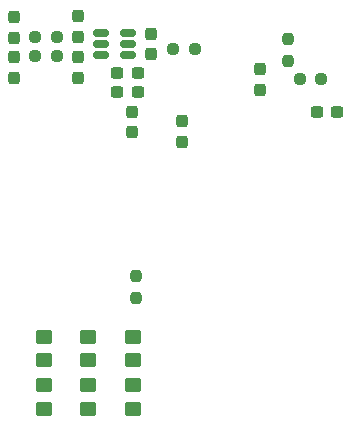
<source format=gbr>
%TF.GenerationSoftware,KiCad,Pcbnew,8.0.9-8.0.9-0~ubuntu22.04.1*%
%TF.CreationDate,2026-02-07T13:45:35+01:00*%
%TF.ProjectId,HW_0008_PrestoLO_2GHz_rev01a,48575f30-3030-4385-9f50-726573746f4c,rev?*%
%TF.SameCoordinates,Original*%
%TF.FileFunction,Paste,Bot*%
%TF.FilePolarity,Positive*%
%FSLAX46Y46*%
G04 Gerber Fmt 4.6, Leading zero omitted, Abs format (unit mm)*
G04 Created by KiCad (PCBNEW 8.0.9-8.0.9-0~ubuntu22.04.1) date 2026-02-07 13:45:35*
%MOMM*%
%LPD*%
G01*
G04 APERTURE LIST*
G04 Aperture macros list*
%AMRoundRect*
0 Rectangle with rounded corners*
0 $1 Rounding radius*
0 $2 $3 $4 $5 $6 $7 $8 $9 X,Y pos of 4 corners*
0 Add a 4 corners polygon primitive as box body*
4,1,4,$2,$3,$4,$5,$6,$7,$8,$9,$2,$3,0*
0 Add four circle primitives for the rounded corners*
1,1,$1+$1,$2,$3*
1,1,$1+$1,$4,$5*
1,1,$1+$1,$6,$7*
1,1,$1+$1,$8,$9*
0 Add four rect primitives between the rounded corners*
20,1,$1+$1,$2,$3,$4,$5,0*
20,1,$1+$1,$4,$5,$6,$7,0*
20,1,$1+$1,$6,$7,$8,$9,0*
20,1,$1+$1,$8,$9,$2,$3,0*%
G04 Aperture macros list end*
%ADD10RoundRect,0.250000X-0.450000X0.350000X-0.450000X-0.350000X0.450000X-0.350000X0.450000X0.350000X0*%
%ADD11RoundRect,0.237500X0.237500X-0.300000X0.237500X0.300000X-0.237500X0.300000X-0.237500X-0.300000X0*%
%ADD12RoundRect,0.237500X-0.250000X-0.237500X0.250000X-0.237500X0.250000X0.237500X-0.250000X0.237500X0*%
%ADD13RoundRect,0.237500X-0.237500X0.250000X-0.237500X-0.250000X0.237500X-0.250000X0.237500X0.250000X0*%
%ADD14RoundRect,0.150000X0.512500X0.150000X-0.512500X0.150000X-0.512500X-0.150000X0.512500X-0.150000X0*%
%ADD15RoundRect,0.237500X0.300000X0.237500X-0.300000X0.237500X-0.300000X-0.237500X0.300000X-0.237500X0*%
%ADD16RoundRect,0.237500X0.250000X0.237500X-0.250000X0.237500X-0.250000X-0.237500X0.250000X-0.237500X0*%
%ADD17RoundRect,0.237500X-0.237500X0.287500X-0.237500X-0.287500X0.237500X-0.287500X0.237500X0.287500X0*%
%ADD18RoundRect,0.237500X-0.237500X0.300000X-0.237500X-0.300000X0.237500X-0.300000X0.237500X0.300000X0*%
G04 APERTURE END LIST*
D10*
%TO.C,R121*%
X87100000Y-68687500D03*
X87100000Y-70687500D03*
%TD*%
D11*
%TO.C,C138*%
X88600000Y-40662500D03*
X88600000Y-38937500D03*
%TD*%
D12*
%TO.C,R112*%
X90487500Y-40200000D03*
X92312500Y-40200000D03*
%TD*%
D10*
%TO.C,R117*%
X83300000Y-68687500D03*
X83300000Y-70687500D03*
%TD*%
D13*
%TO.C,R111*%
X100200000Y-39387500D03*
X100200000Y-41212500D03*
%TD*%
%TO.C,R110*%
X87300000Y-59487500D03*
X87300000Y-61312500D03*
%TD*%
D10*
%TO.C,R120*%
X87100000Y-64600000D03*
X87100000Y-66600000D03*
%TD*%
D14*
%TO.C,U103*%
X86675000Y-38850000D03*
X86675000Y-39800000D03*
X86675000Y-40750000D03*
X84400000Y-40750000D03*
X84400000Y-39800000D03*
X84400000Y-38850000D03*
%TD*%
D15*
%TO.C,C124*%
X87462500Y-43900000D03*
X85737500Y-43900000D03*
%TD*%
D11*
%TO.C,C118*%
X82400000Y-42662500D03*
X82400000Y-40937500D03*
%TD*%
%TO.C,C119*%
X87000000Y-47262500D03*
X87000000Y-45537500D03*
%TD*%
D10*
%TO.C,R118*%
X79500000Y-64600000D03*
X79500000Y-66600000D03*
%TD*%
D16*
%TO.C,R113*%
X103012500Y-42800000D03*
X101187500Y-42800000D03*
%TD*%
D10*
%TO.C,R119*%
X79500000Y-68687500D03*
X79500000Y-70687500D03*
%TD*%
D17*
%TO.C,FB102*%
X91200000Y-46325000D03*
X91200000Y-48075000D03*
%TD*%
D12*
%TO.C,R102*%
X78800000Y-40800000D03*
X80625000Y-40800000D03*
%TD*%
D18*
%TO.C,C114*%
X77000000Y-37537500D03*
X77000000Y-39262500D03*
%TD*%
D10*
%TO.C,R116*%
X83300000Y-64600000D03*
X83300000Y-66600000D03*
%TD*%
D17*
%TO.C,FB110*%
X97800000Y-41925000D03*
X97800000Y-43675000D03*
%TD*%
D12*
%TO.C,R101*%
X78800000Y-39200000D03*
X80625000Y-39200000D03*
%TD*%
D15*
%TO.C,C127*%
X87462500Y-42300000D03*
X85737500Y-42300000D03*
%TD*%
%TO.C,C169*%
X104362500Y-45600000D03*
X102637500Y-45600000D03*
%TD*%
D11*
%TO.C,C107*%
X77000000Y-42662500D03*
X77000000Y-40937500D03*
%TD*%
D18*
%TO.C,C121*%
X82400000Y-37475000D03*
X82400000Y-39200000D03*
%TD*%
M02*

</source>
